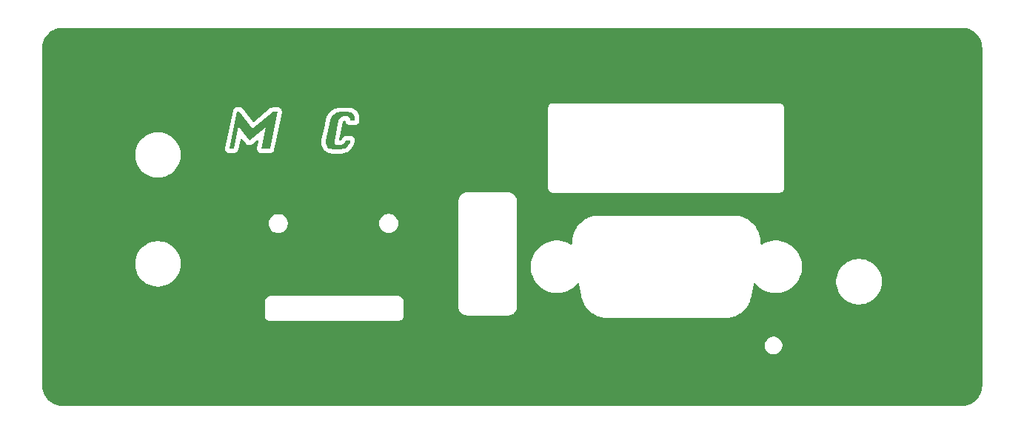
<source format=gbr>
%TF.GenerationSoftware,KiCad,Pcbnew,9.0.0*%
%TF.CreationDate,2025-03-14T14:53:35-04:00*%
%TF.ProjectId,MiniCamel_FrontPlate,4d696e69-4361-46d6-956c-5f46726f6e74,rev?*%
%TF.SameCoordinates,Original*%
%TF.FileFunction,Copper,L1,Top*%
%TF.FilePolarity,Positive*%
%FSLAX46Y46*%
G04 Gerber Fmt 4.6, Leading zero omitted, Abs format (unit mm)*
G04 Created by KiCad (PCBNEW 9.0.0) date 2025-03-14 14:53:35*
%MOMM*%
%LPD*%
G01*
G04 APERTURE LIST*
%TA.AperFunction,NonConductor*%
%ADD10C,0.000000*%
%TD*%
%TA.AperFunction,ComponentPad*%
%ADD11C,4.064000*%
%TD*%
G04 APERTURE END LIST*
D10*
%TA.AperFunction,NonConductor*%
G36*
X102189098Y-80290559D02*
G01*
X104535784Y-78313169D01*
X105042832Y-78313169D01*
X104159650Y-82564949D01*
X103180724Y-82564949D01*
X103702427Y-80054132D01*
X101803195Y-81655388D01*
X100575142Y-80045339D01*
X100051485Y-82564949D01*
X99530759Y-82564949D01*
X100413941Y-78313169D01*
X100662092Y-78313169D01*
X102189098Y-80290559D01*
G37*
%TD.AperFunction*%
%TA.AperFunction,NonConductor*%
G36*
X113303886Y-78368801D02*
G01*
X113517369Y-78432304D01*
X113679714Y-78544655D01*
X113790921Y-78705856D01*
X113850990Y-78915905D01*
X113862225Y-79119115D01*
X113840731Y-79353588D01*
X113320983Y-79353588D01*
X113320311Y-79134746D01*
X113246141Y-78949122D01*
X113070448Y-78857775D01*
X113005421Y-78853378D01*
X112547221Y-78853378D01*
X112355258Y-78897892D01*
X112214074Y-78994062D01*
X112086579Y-79147691D01*
X112016726Y-79329163D01*
X111528240Y-81676826D01*
X111534575Y-81875884D01*
X111587835Y-81977733D01*
X111748020Y-82089732D01*
X111858456Y-82104739D01*
X112316656Y-82104739D01*
X112512183Y-82065172D01*
X112672316Y-81946470D01*
X112784942Y-81774523D01*
X112851059Y-81604530D01*
X113373739Y-81604530D01*
X113295963Y-81839003D01*
X113199411Y-82042213D01*
X113084082Y-82214160D01*
X112913518Y-82385130D01*
X112713616Y-82507251D01*
X112484375Y-82580524D01*
X112279860Y-82603972D01*
X112225798Y-82604949D01*
X111310375Y-82604949D01*
X111104081Y-82582383D01*
X110906588Y-82504378D01*
X110742487Y-82370655D01*
X110699768Y-82319673D01*
X110600000Y-82150000D01*
X110545160Y-81941173D01*
X110546216Y-81734955D01*
X110562015Y-81637747D01*
X111046593Y-79306693D01*
X111111362Y-79098132D01*
X111215544Y-78905490D01*
X111341238Y-78747617D01*
X111455944Y-78637468D01*
X111624716Y-78513087D01*
X111801792Y-78424244D01*
X112010929Y-78366773D01*
X112180857Y-78353169D01*
X113096279Y-78353169D01*
X113303886Y-78368801D01*
G37*
%TD.AperFunction*%
D11*
%TO.P,REF\u002A\u002A,1*%
%TO.N,GND*%
X81310000Y-71791723D03*
%TO.P,REF\u002A\u002A,2*%
X182460000Y-71791723D03*
%TO.P,REF\u002A\u002A,3*%
X81310000Y-109010000D03*
%TO.P,REF\u002A\u002A,4*%
X182460000Y-109010000D03*
%TD*%
%TA.AperFunction,Conductor*%
%TO.N,GND*%
G36*
X183304558Y-68710725D02*
G01*
X183571615Y-68726882D01*
X183586480Y-68728687D01*
X183845951Y-68776238D01*
X183860484Y-68779821D01*
X184112328Y-68858300D01*
X184126327Y-68863610D01*
X184366871Y-68971872D01*
X184380128Y-68978829D01*
X184605882Y-69115303D01*
X184618193Y-69123801D01*
X184733486Y-69214127D01*
X184825851Y-69286490D01*
X184837059Y-69296420D01*
X185023579Y-69482940D01*
X185033509Y-69494148D01*
X185196194Y-69701800D01*
X185204700Y-69714123D01*
X185341169Y-69939870D01*
X185348127Y-69953128D01*
X185456389Y-70193672D01*
X185461699Y-70207673D01*
X185540177Y-70459512D01*
X185543761Y-70474051D01*
X185591312Y-70733520D01*
X185593117Y-70748384D01*
X185609274Y-71015441D01*
X185609500Y-71022929D01*
X185609500Y-109697070D01*
X185609274Y-109704558D01*
X185593117Y-109971615D01*
X185591312Y-109986479D01*
X185543761Y-110245948D01*
X185540177Y-110260487D01*
X185461699Y-110512326D01*
X185456389Y-110526327D01*
X185348127Y-110766871D01*
X185341169Y-110780129D01*
X185204700Y-111005876D01*
X185196194Y-111018199D01*
X185033509Y-111225851D01*
X185023579Y-111237059D01*
X184837059Y-111423579D01*
X184825851Y-111433509D01*
X184618199Y-111596194D01*
X184605876Y-111604700D01*
X184380129Y-111741169D01*
X184366871Y-111748127D01*
X184126327Y-111856389D01*
X184112326Y-111861699D01*
X183860487Y-111940177D01*
X183845948Y-111943761D01*
X183586479Y-111991312D01*
X183571615Y-111993117D01*
X183304559Y-112009274D01*
X183297071Y-112009500D01*
X80440655Y-112009500D01*
X80433168Y-112009274D01*
X80163971Y-111992990D01*
X80149107Y-111991185D01*
X79887532Y-111943251D01*
X79872993Y-111939667D01*
X79619116Y-111860556D01*
X79605115Y-111855247D01*
X79362608Y-111746104D01*
X79349349Y-111739145D01*
X79121773Y-111601570D01*
X79109450Y-111593064D01*
X78900113Y-111429059D01*
X78888905Y-111419129D01*
X78700870Y-111231094D01*
X78690940Y-111219886D01*
X78679627Y-111205446D01*
X78526931Y-111010543D01*
X78518433Y-110998232D01*
X78380851Y-110770644D01*
X78373899Y-110757398D01*
X78264750Y-110514880D01*
X78259443Y-110500883D01*
X78180329Y-110246995D01*
X78176750Y-110232477D01*
X78128813Y-109970888D01*
X78127009Y-109956028D01*
X78110726Y-109686832D01*
X78110500Y-109679345D01*
X78110500Y-105178543D01*
X160739499Y-105178543D01*
X160777947Y-105371829D01*
X160777950Y-105371839D01*
X160853364Y-105553907D01*
X160853371Y-105553920D01*
X160962860Y-105717781D01*
X160962863Y-105717785D01*
X161102214Y-105857136D01*
X161102218Y-105857139D01*
X161266079Y-105966628D01*
X161266092Y-105966635D01*
X161448160Y-106042049D01*
X161448165Y-106042051D01*
X161448169Y-106042051D01*
X161448170Y-106042052D01*
X161641456Y-106080500D01*
X161641459Y-106080500D01*
X161838543Y-106080500D01*
X161968582Y-106054632D01*
X162031835Y-106042051D01*
X162213914Y-105966632D01*
X162377782Y-105857139D01*
X162517139Y-105717782D01*
X162626632Y-105553914D01*
X162702051Y-105371835D01*
X162740500Y-105178541D01*
X162740500Y-104981459D01*
X162740500Y-104981456D01*
X162702052Y-104788170D01*
X162702051Y-104788169D01*
X162702051Y-104788165D01*
X162702049Y-104788160D01*
X162626635Y-104606092D01*
X162626628Y-104606079D01*
X162517139Y-104442218D01*
X162517136Y-104442214D01*
X162377785Y-104302863D01*
X162377781Y-104302860D01*
X162213920Y-104193371D01*
X162213907Y-104193364D01*
X162031839Y-104117950D01*
X162031829Y-104117947D01*
X161838543Y-104079500D01*
X161838541Y-104079500D01*
X161641459Y-104079500D01*
X161641457Y-104079500D01*
X161448170Y-104117947D01*
X161448160Y-104117950D01*
X161266092Y-104193364D01*
X161266079Y-104193371D01*
X161102218Y-104302860D01*
X161102214Y-104302863D01*
X160962863Y-104442214D01*
X160962860Y-104442218D01*
X160853371Y-104606079D01*
X160853364Y-104606092D01*
X160777950Y-104788160D01*
X160777947Y-104788170D01*
X160739500Y-104981456D01*
X160739500Y-104981459D01*
X160739500Y-105178541D01*
X160739500Y-105178543D01*
X160739499Y-105178543D01*
X78110500Y-105178543D01*
X78110500Y-100057107D01*
X103589500Y-100057107D01*
X103589500Y-101808891D01*
X103623608Y-101936187D01*
X103656554Y-101993250D01*
X103689500Y-102050314D01*
X103782686Y-102143500D01*
X103881521Y-102200563D01*
X103896628Y-102209285D01*
X103896814Y-102209392D01*
X104024108Y-102243500D01*
X118854256Y-102243500D01*
X118854394Y-102243537D01*
X118919407Y-102243500D01*
X118985892Y-102243500D01*
X118985892Y-102243499D01*
X118986177Y-102243462D01*
X118986178Y-102243462D01*
X119048926Y-102226609D01*
X119113186Y-102209392D01*
X119113311Y-102209319D01*
X119113440Y-102209285D01*
X119113445Y-102209282D01*
X119113452Y-102209281D01*
X119150948Y-102187603D01*
X119169698Y-102176764D01*
X119169699Y-102176766D01*
X119169748Y-102176734D01*
X119227314Y-102143500D01*
X119227417Y-102143396D01*
X119227543Y-102143324D01*
X119273673Y-102097140D01*
X119320500Y-102050314D01*
X119320503Y-102050309D01*
X119320671Y-102050088D01*
X119320675Y-102050085D01*
X119353035Y-101993962D01*
X119353071Y-101993900D01*
X119379744Y-101947700D01*
X119386392Y-101936186D01*
X119386430Y-101936043D01*
X119386502Y-101935919D01*
X119403481Y-101872406D01*
X119420500Y-101808892D01*
X119420500Y-101808883D01*
X119420535Y-101808613D01*
X119420538Y-101808606D01*
X119420500Y-101742120D01*
X119420500Y-101677108D01*
X119420462Y-101676969D01*
X119419581Y-100133884D01*
X119419586Y-100058062D01*
X119389982Y-99909192D01*
X119331901Y-99768958D01*
X119247576Y-99642752D01*
X119140248Y-99535424D01*
X119014042Y-99451099D01*
X119014038Y-99451097D01*
X119014036Y-99451096D01*
X119014037Y-99451096D01*
X118873811Y-99393019D01*
X118873809Y-99393018D01*
X118873808Y-99393018D01*
X118724938Y-99363414D01*
X118650895Y-99363417D01*
X118650882Y-99363417D01*
X104433524Y-99362504D01*
X104433524Y-99362503D01*
X104425902Y-99362502D01*
X104425892Y-99362500D01*
X104360000Y-99362500D01*
X104356368Y-99362500D01*
X104356366Y-99362500D01*
X104356355Y-99362499D01*
X104286094Y-99362495D01*
X104286018Y-99362500D01*
X104284109Y-99362500D01*
X104135260Y-99392108D01*
X104135252Y-99392110D01*
X103995032Y-99450190D01*
X103868834Y-99534513D01*
X103761513Y-99641834D01*
X103677190Y-99768032D01*
X103619110Y-99908252D01*
X103619108Y-99908260D01*
X103589500Y-100057107D01*
X78110500Y-100057107D01*
X78110500Y-95593952D01*
X88749500Y-95593952D01*
X88749500Y-95886047D01*
X88782199Y-96176271D01*
X88782201Y-96176283D01*
X88782202Y-96176286D01*
X88793251Y-96224694D01*
X88847196Y-96461044D01*
X88847197Y-96461046D01*
X88943665Y-96736738D01*
X89070393Y-96999890D01*
X89070395Y-96999893D01*
X89225792Y-97247206D01*
X89407902Y-97475565D01*
X89614435Y-97682098D01*
X89842794Y-97864208D01*
X90090107Y-98019605D01*
X90353263Y-98146335D01*
X90628955Y-98242803D01*
X90913714Y-98307798D01*
X90913723Y-98307799D01*
X90913728Y-98307800D01*
X91107210Y-98329599D01*
X91203953Y-98340499D01*
X91203956Y-98340500D01*
X91203959Y-98340500D01*
X91496044Y-98340500D01*
X91496045Y-98340499D01*
X91677482Y-98320057D01*
X91786271Y-98307800D01*
X91786274Y-98307799D01*
X91786286Y-98307798D01*
X92071045Y-98242803D01*
X92346737Y-98146335D01*
X92609893Y-98019605D01*
X92857206Y-97864208D01*
X93085565Y-97682098D01*
X93292098Y-97475565D01*
X93474208Y-97247206D01*
X93629605Y-96999893D01*
X93756335Y-96736737D01*
X93852803Y-96461045D01*
X93917798Y-96176286D01*
X93950500Y-95886041D01*
X93950500Y-95593959D01*
X93939599Y-95497210D01*
X93917800Y-95303728D01*
X93917799Y-95303723D01*
X93917798Y-95303714D01*
X93852803Y-95018955D01*
X93756335Y-94743263D01*
X93629605Y-94480107D01*
X93474208Y-94232794D01*
X93292098Y-94004435D01*
X93085565Y-93797902D01*
X92857206Y-93615792D01*
X92658430Y-93490893D01*
X92609890Y-93460393D01*
X92346738Y-93333665D01*
X92071046Y-93237197D01*
X92071044Y-93237196D01*
X91851280Y-93187036D01*
X91786286Y-93172202D01*
X91786283Y-93172201D01*
X91786271Y-93172199D01*
X91496047Y-93139500D01*
X91496041Y-93139500D01*
X91203959Y-93139500D01*
X91203952Y-93139500D01*
X90913728Y-93172199D01*
X90913714Y-93172202D01*
X90628955Y-93237196D01*
X90628953Y-93237197D01*
X90353261Y-93333665D01*
X90090109Y-93460393D01*
X89842795Y-93615791D01*
X89614435Y-93797901D01*
X89407901Y-94004435D01*
X89225791Y-94232795D01*
X89070393Y-94480109D01*
X88943665Y-94743261D01*
X88847197Y-95018953D01*
X88847196Y-95018955D01*
X88782202Y-95303714D01*
X88782199Y-95303728D01*
X88749500Y-95593952D01*
X78110500Y-95593952D01*
X78110500Y-91048689D01*
X104003391Y-91048689D01*
X104003391Y-91221310D01*
X104028809Y-91381790D01*
X104030393Y-91391790D01*
X104080484Y-91545954D01*
X104083734Y-91555954D01*
X104162095Y-91709746D01*
X104162096Y-91709748D01*
X104263549Y-91849389D01*
X104385610Y-91971450D01*
X104479419Y-92039605D01*
X104525252Y-92072904D01*
X104679048Y-92151267D01*
X104843210Y-92204607D01*
X104907141Y-92214732D01*
X105013690Y-92231609D01*
X105013695Y-92231609D01*
X105186310Y-92231609D01*
X105281018Y-92216607D01*
X105356790Y-92204607D01*
X105520952Y-92151267D01*
X105674748Y-92072904D01*
X105814393Y-91971447D01*
X105936447Y-91849393D01*
X106037904Y-91709748D01*
X106116267Y-91555952D01*
X106169607Y-91391790D01*
X106181607Y-91316018D01*
X106196609Y-91221310D01*
X106196609Y-91048688D01*
X106196608Y-91048687D01*
X106195024Y-91038689D01*
X116643391Y-91038689D01*
X116643391Y-91211310D01*
X116670392Y-91381786D01*
X116670393Y-91381790D01*
X116715408Y-91520332D01*
X116723734Y-91545954D01*
X116802095Y-91699746D01*
X116802096Y-91699748D01*
X116903549Y-91839389D01*
X117025610Y-91961450D01*
X117095989Y-92012582D01*
X117165252Y-92062904D01*
X117319048Y-92141267D01*
X117483210Y-92194607D01*
X117546348Y-92204607D01*
X117653690Y-92221609D01*
X117653695Y-92221609D01*
X117826310Y-92221609D01*
X117921018Y-92206607D01*
X117996790Y-92194607D01*
X118160952Y-92141267D01*
X118314748Y-92062904D01*
X118454393Y-91961447D01*
X118576447Y-91839393D01*
X118677904Y-91699748D01*
X118756267Y-91545952D01*
X118809607Y-91381790D01*
X118821607Y-91306018D01*
X118836609Y-91211310D01*
X118836609Y-91038689D01*
X118811191Y-90878213D01*
X118809607Y-90868210D01*
X118756267Y-90704048D01*
X118677904Y-90550252D01*
X118614947Y-90463598D01*
X118576450Y-90410610D01*
X118454389Y-90288549D01*
X118314748Y-90187096D01*
X118314746Y-90187095D01*
X118160954Y-90108734D01*
X118160953Y-90108733D01*
X118160952Y-90108733D01*
X117996790Y-90055393D01*
X117996788Y-90055392D01*
X117996786Y-90055392D01*
X117826310Y-90028391D01*
X117826305Y-90028391D01*
X117653695Y-90028391D01*
X117653690Y-90028391D01*
X117483213Y-90055392D01*
X117319045Y-90108734D01*
X117165253Y-90187095D01*
X117165251Y-90187096D01*
X117025610Y-90288549D01*
X116903549Y-90410610D01*
X116802096Y-90550251D01*
X116802095Y-90550253D01*
X116723734Y-90704045D01*
X116670392Y-90868213D01*
X116643391Y-91038689D01*
X106195024Y-91038689D01*
X106169607Y-90878213D01*
X106169607Y-90878210D01*
X106116267Y-90714048D01*
X106037904Y-90560252D01*
X106012539Y-90525340D01*
X105936450Y-90420610D01*
X105814389Y-90298549D01*
X105674748Y-90197096D01*
X105674746Y-90197095D01*
X105520954Y-90118734D01*
X105520953Y-90118733D01*
X105520952Y-90118733D01*
X105356790Y-90065393D01*
X105356788Y-90065392D01*
X105356786Y-90065392D01*
X105186310Y-90038391D01*
X105186305Y-90038391D01*
X105013695Y-90038391D01*
X105013690Y-90038391D01*
X104843213Y-90065392D01*
X104679045Y-90118734D01*
X104525253Y-90197095D01*
X104525251Y-90197096D01*
X104385610Y-90298549D01*
X104263549Y-90420610D01*
X104162096Y-90560251D01*
X104162095Y-90560253D01*
X104083734Y-90714045D01*
X104030392Y-90878213D01*
X104003391Y-91048689D01*
X78110500Y-91048689D01*
X78110500Y-88609484D01*
X125695483Y-88609484D01*
X125695483Y-100590516D01*
X125695705Y-100605498D01*
X125697882Y-100678801D01*
X125714882Y-100794622D01*
X125714882Y-100794626D01*
X125714884Y-100794632D01*
X125752830Y-100936253D01*
X125752831Y-100936254D01*
X125752834Y-100936264D01*
X125798608Y-101046770D01*
X125803332Y-101058175D01*
X125876642Y-101185151D01*
X125876645Y-101185155D01*
X125876649Y-101185161D01*
X125956975Y-101289842D01*
X125956983Y-101289851D01*
X126060641Y-101393509D01*
X126060649Y-101393516D01*
X126060650Y-101393517D01*
X126076239Y-101405479D01*
X126165330Y-101473842D01*
X126165333Y-101473844D01*
X126165341Y-101473850D01*
X126292317Y-101547160D01*
X126414237Y-101597661D01*
X126555860Y-101635608D01*
X126671686Y-101652609D01*
X126720558Y-101654060D01*
X126744993Y-101654786D01*
X126759976Y-101655009D01*
X126760000Y-101655009D01*
X131360024Y-101655009D01*
X131375006Y-101654786D01*
X131448296Y-101652610D01*
X131448302Y-101652609D01*
X131448314Y-101652609D01*
X131496965Y-101645467D01*
X131564133Y-101635609D01*
X131564137Y-101635607D01*
X131564143Y-101635607D01*
X131705766Y-101597659D01*
X131827680Y-101547161D01*
X131954656Y-101473852D01*
X132059352Y-101393516D01*
X132163027Y-101289840D01*
X132243357Y-101185151D01*
X132316667Y-101058176D01*
X132367169Y-100936254D01*
X132405116Y-100794630D01*
X132422117Y-100678805D01*
X132424294Y-100605496D01*
X132424517Y-100590515D01*
X132424517Y-95910731D01*
X133983740Y-95910731D01*
X133983740Y-96247748D01*
X134021471Y-96582620D01*
X134021473Y-96582636D01*
X134096463Y-96911190D01*
X134096467Y-96911202D01*
X134207768Y-97229280D01*
X134207777Y-97229302D01*
X134353989Y-97532915D01*
X134430389Y-97654505D01*
X134533292Y-97818273D01*
X134743413Y-98081757D01*
X134981713Y-98320057D01*
X135245197Y-98530178D01*
X135530549Y-98709477D01*
X135530554Y-98709480D01*
X135834167Y-98855692D01*
X135834176Y-98855695D01*
X135834183Y-98855699D01*
X135834189Y-98855701D01*
X136152267Y-98967002D01*
X136152279Y-98967006D01*
X136480837Y-99041997D01*
X136815722Y-99079729D01*
X136815723Y-99079730D01*
X136815726Y-99079730D01*
X137152737Y-99079730D01*
X137152737Y-99079729D01*
X137487623Y-99041997D01*
X137816181Y-98967006D01*
X138134277Y-98855699D01*
X138210916Y-98818792D01*
X138437905Y-98709480D01*
X138437905Y-98709479D01*
X138437911Y-98709477D01*
X138723263Y-98530178D01*
X138986747Y-98320057D01*
X139225047Y-98081757D01*
X139261580Y-98035946D01*
X139305904Y-97980366D01*
X139363092Y-97940225D01*
X139432903Y-97937375D01*
X139493174Y-97972720D01*
X139524767Y-98035039D01*
X139524932Y-98035946D01*
X139772604Y-99427243D01*
X139772640Y-99427437D01*
X139772967Y-99429273D01*
X139791060Y-99548198D01*
X139807339Y-99619770D01*
X139807519Y-99620155D01*
X139807550Y-99620352D01*
X139810269Y-99629323D01*
X139810270Y-99629325D01*
X139895112Y-99909192D01*
X139929980Y-100024212D01*
X139929983Y-100024219D01*
X139964612Y-100106802D01*
X139966810Y-100112424D01*
X139968716Y-100117673D01*
X140100635Y-100364403D01*
X140201898Y-100553796D01*
X140203159Y-100556130D01*
X140204014Y-100557711D01*
X140204016Y-100557715D01*
X140228380Y-100590261D01*
X140235188Y-100600352D01*
X140257918Y-100637897D01*
X140257920Y-100637899D01*
X140571609Y-101020169D01*
X140618089Y-101069627D01*
X140620009Y-101070959D01*
X140640835Y-101089159D01*
X140643243Y-101091792D01*
X140643248Y-101091797D01*
X141025513Y-101405482D01*
X141025522Y-101405488D01*
X141087343Y-101448915D01*
X141093259Y-101452174D01*
X141093105Y-101452453D01*
X141105631Y-101459529D01*
X141105867Y-101459156D01*
X141109605Y-101461512D01*
X141109610Y-101461515D01*
X141109612Y-101461516D01*
X141545732Y-101694686D01*
X141627694Y-101728213D01*
X141633201Y-101730625D01*
X141639143Y-101733403D01*
X142112343Y-101876913D01*
X142116634Y-101878194D01*
X142139726Y-101881514D01*
X142157483Y-101884067D01*
X142169382Y-101886375D01*
X142211733Y-101896766D01*
X142703733Y-101945026D01*
X142747175Y-101947151D01*
X142750386Y-101947458D01*
X142750391Y-101947388D01*
X142754794Y-101947698D01*
X142754808Y-101947700D01*
X156110857Y-101935589D01*
X156119851Y-101935909D01*
X156130420Y-101936669D01*
X156133048Y-101937571D01*
X156159132Y-101938737D01*
X156160797Y-101938857D01*
X156161621Y-101939164D01*
X156175867Y-101940877D01*
X156200600Y-101945752D01*
X156230156Y-101943053D01*
X156246957Y-101942664D01*
X156276785Y-101943999D01*
X156756845Y-101896749D01*
X156781136Y-101893373D01*
X156796854Y-101891190D01*
X156796855Y-101891189D01*
X156796859Y-101891189D01*
X156815995Y-101884828D01*
X156836365Y-101879925D01*
X156856077Y-101876913D01*
X157329277Y-101733403D01*
X157410421Y-101699368D01*
X157416006Y-101697184D01*
X157423049Y-101694627D01*
X157858909Y-101461457D01*
X157859815Y-101460971D01*
X157894221Y-101435563D01*
X157903648Y-101429248D01*
X157942907Y-101405482D01*
X158325177Y-101091792D01*
X158373274Y-101046770D01*
X158375289Y-101043888D01*
X158393226Y-101023446D01*
X158396812Y-101020167D01*
X158710502Y-100637897D01*
X158756908Y-100571013D01*
X158756910Y-100571006D01*
X158760200Y-100564912D01*
X158760481Y-100565063D01*
X158765049Y-100556130D01*
X158766520Y-100553796D01*
X158766526Y-100553788D01*
X158999696Y-100117668D01*
X159033118Y-100035960D01*
X159035534Y-100030445D01*
X159038424Y-100024265D01*
X159181934Y-99551055D01*
X159183214Y-99546766D01*
X159189118Y-99505696D01*
X159189827Y-99501327D01*
X159190504Y-99497575D01*
X159201790Y-99451515D01*
X159205256Y-99416059D01*
X159446519Y-98040144D01*
X159477487Y-97977513D01*
X159537400Y-97941566D01*
X159607236Y-97943716D01*
X159664824Y-97983282D01*
X159665603Y-97984249D01*
X159693798Y-98019605D01*
X159743363Y-98081757D01*
X159981663Y-98320057D01*
X160245147Y-98530178D01*
X160530499Y-98709477D01*
X160530504Y-98709480D01*
X160834117Y-98855692D01*
X160834126Y-98855695D01*
X160834133Y-98855699D01*
X160834139Y-98855701D01*
X161152217Y-98967002D01*
X161152229Y-98967006D01*
X161480787Y-99041997D01*
X161815672Y-99079729D01*
X161815673Y-99079730D01*
X161815676Y-99079730D01*
X162152687Y-99079730D01*
X162152687Y-99079729D01*
X162487573Y-99041997D01*
X162816131Y-98967006D01*
X163134227Y-98855699D01*
X163210866Y-98818792D01*
X163437855Y-98709480D01*
X163437855Y-98709479D01*
X163437861Y-98709477D01*
X163723213Y-98530178D01*
X163986697Y-98320057D01*
X164224997Y-98081757D01*
X164435118Y-97818273D01*
X164550935Y-97633952D01*
X168919500Y-97633952D01*
X168919500Y-97926047D01*
X168952199Y-98216271D01*
X168952201Y-98216283D01*
X168952202Y-98216286D01*
X168967036Y-98281280D01*
X169017196Y-98501044D01*
X169017197Y-98501046D01*
X169113665Y-98776738D01*
X169240393Y-99039890D01*
X169240395Y-99039893D01*
X169395792Y-99287206D01*
X169479450Y-99392110D01*
X169566547Y-99501327D01*
X169577902Y-99515565D01*
X169784435Y-99722098D01*
X170012794Y-99904208D01*
X170260107Y-100059605D01*
X170523263Y-100186335D01*
X170798955Y-100282803D01*
X171083714Y-100347798D01*
X171083723Y-100347799D01*
X171083728Y-100347800D01*
X171277210Y-100369599D01*
X171373953Y-100380499D01*
X171373956Y-100380500D01*
X171373959Y-100380500D01*
X171666044Y-100380500D01*
X171666045Y-100380499D01*
X171816791Y-100363515D01*
X171956271Y-100347800D01*
X171956274Y-100347799D01*
X171956286Y-100347798D01*
X172241045Y-100282803D01*
X172516737Y-100186335D01*
X172779893Y-100059605D01*
X173027206Y-99904208D01*
X173255565Y-99722098D01*
X173462098Y-99515565D01*
X173644208Y-99287206D01*
X173799605Y-99039893D01*
X173926335Y-98776737D01*
X174022803Y-98501045D01*
X174087798Y-98216286D01*
X174095680Y-98146335D01*
X174109958Y-98019605D01*
X174120500Y-97926041D01*
X174120500Y-97633959D01*
X174087798Y-97343714D01*
X174022803Y-97058955D01*
X173926335Y-96783263D01*
X173799605Y-96520107D01*
X173644208Y-96272794D01*
X173462098Y-96044435D01*
X173255565Y-95837902D01*
X173027206Y-95655792D01*
X172779893Y-95500395D01*
X172779890Y-95500393D01*
X172516738Y-95373665D01*
X172241046Y-95277197D01*
X172241044Y-95277196D01*
X172021280Y-95227036D01*
X171956286Y-95212202D01*
X171956283Y-95212201D01*
X171956271Y-95212199D01*
X171666047Y-95179500D01*
X171666041Y-95179500D01*
X171373959Y-95179500D01*
X171373952Y-95179500D01*
X171083728Y-95212199D01*
X171083714Y-95212202D01*
X170798955Y-95277196D01*
X170798953Y-95277197D01*
X170523261Y-95373665D01*
X170260109Y-95500393D01*
X170012795Y-95655791D01*
X169784435Y-95837901D01*
X169577901Y-96044435D01*
X169395791Y-96272795D01*
X169240393Y-96520109D01*
X169113665Y-96783261D01*
X169017197Y-97058953D01*
X169017196Y-97058955D01*
X168952202Y-97343714D01*
X168952199Y-97343728D01*
X168919500Y-97633952D01*
X164550935Y-97633952D01*
X164614417Y-97532921D01*
X164760639Y-97229287D01*
X164871946Y-96911191D01*
X164946937Y-96582633D01*
X164984670Y-96247744D01*
X164984670Y-95910736D01*
X164946937Y-95575847D01*
X164871946Y-95247289D01*
X164859668Y-95212202D01*
X164760641Y-94929199D01*
X164760632Y-94929177D01*
X164614420Y-94625564D01*
X164457735Y-94376202D01*
X164435118Y-94340207D01*
X164224997Y-94076723D01*
X163986697Y-93838423D01*
X163723213Y-93628302D01*
X163554320Y-93522179D01*
X163437855Y-93448999D01*
X163134242Y-93302787D01*
X163134220Y-93302778D01*
X162816142Y-93191477D01*
X162816130Y-93191473D01*
X162487576Y-93116483D01*
X162487560Y-93116481D01*
X162152688Y-93078750D01*
X162152684Y-93078750D01*
X161815676Y-93078750D01*
X161815671Y-93078750D01*
X161480799Y-93116481D01*
X161480783Y-93116483D01*
X161152229Y-93191473D01*
X161152217Y-93191477D01*
X160834139Y-93302778D01*
X160834117Y-93302787D01*
X160530504Y-93448999D01*
X160430263Y-93511985D01*
X160419227Y-93515103D01*
X160410202Y-93522179D01*
X160386213Y-93524432D01*
X160363026Y-93530985D01*
X160352054Y-93527641D01*
X160340639Y-93528714D01*
X160319240Y-93517641D01*
X160296191Y-93510617D01*
X160288770Y-93501874D01*
X160278585Y-93496604D01*
X160266568Y-93475718D01*
X160250977Y-93457349D01*
X160248564Y-93444424D01*
X160243742Y-93436042D01*
X160241824Y-93408316D01*
X160240441Y-93400902D01*
X160240590Y-93397856D01*
X160250265Y-93299844D01*
X160252382Y-93268390D01*
X160248692Y-93233971D01*
X160250270Y-93198549D01*
X160201750Y-92706549D01*
X160196200Y-92666633D01*
X160189896Y-92647666D01*
X160184992Y-92627303D01*
X160181901Y-92607093D01*
X160064931Y-92221609D01*
X160038391Y-92134142D01*
X160036624Y-92129682D01*
X160014134Y-92072903D01*
X160007696Y-92056649D01*
X160007196Y-92055639D01*
X160000090Y-92041286D01*
X160000090Y-92041285D01*
X159999266Y-92039622D01*
X159999265Y-92039619D01*
X159999258Y-92039605D01*
X159989331Y-92019553D01*
X159984742Y-92012582D01*
X159766517Y-91604415D01*
X159766187Y-91603805D01*
X159764407Y-91600510D01*
X159739953Y-91567844D01*
X159733143Y-91557749D01*
X159710493Y-91520334D01*
X159710491Y-91520332D01*
X159710489Y-91520330D01*
X159396802Y-91138063D01*
X159385732Y-91126237D01*
X159351786Y-91089972D01*
X159351784Y-91089970D01*
X159351780Y-91089966D01*
X159351773Y-91089961D01*
X159348790Y-91087874D01*
X159328401Y-91069993D01*
X159325016Y-91066295D01*
X158942757Y-90752873D01*
X158942745Y-90752865D01*
X158922391Y-90739669D01*
X158881961Y-90713457D01*
X158875994Y-90709335D01*
X158858916Y-90696777D01*
X158423056Y-90463597D01*
X158423049Y-90463594D01*
X158423047Y-90463593D01*
X158339025Y-90429209D01*
X158333504Y-90426792D01*
X158331532Y-90425870D01*
X158329275Y-90424816D01*
X158329272Y-90424815D01*
X158329270Y-90424814D01*
X158329271Y-90424814D01*
X157856064Y-90281305D01*
X157800949Y-90272182D01*
X157791594Y-90270260D01*
X157779509Y-90267289D01*
X157756938Y-90261739D01*
X157264975Y-90213222D01*
X157264930Y-90213219D01*
X157215333Y-90210780D01*
X157215330Y-90210780D01*
X157213929Y-90210780D01*
X155329804Y-90212235D01*
X141857579Y-90222642D01*
X141847801Y-90222263D01*
X141837615Y-90221465D01*
X141835116Y-90220610D01*
X141815782Y-90219755D01*
X141813672Y-90219590D01*
X141812599Y-90219181D01*
X141797865Y-90217321D01*
X141783358Y-90214274D01*
X141777712Y-90213088D01*
X141777709Y-90213087D01*
X141761848Y-90214221D01*
X141761119Y-90214274D01*
X141752277Y-90214590D01*
X141701679Y-90214590D01*
X141696203Y-90214469D01*
X141691385Y-90214256D01*
X141691372Y-90214256D01*
X141211315Y-90261755D01*
X141171567Y-90267289D01*
X141171553Y-90267292D01*
X141153865Y-90273170D01*
X141133506Y-90278072D01*
X141112341Y-90281307D01*
X140639145Y-90424816D01*
X140557969Y-90458861D01*
X140552360Y-90461054D01*
X140545368Y-90463594D01*
X140545359Y-90463598D01*
X140109455Y-90696803D01*
X140108610Y-90697255D01*
X140108602Y-90697261D01*
X140093151Y-90708670D01*
X140087160Y-90712827D01*
X140025673Y-90752866D01*
X139643412Y-91066288D01*
X139643404Y-91066295D01*
X139643402Y-91066297D01*
X139618212Y-91089961D01*
X139593779Y-91112913D01*
X139593776Y-91112916D01*
X139592461Y-91114813D01*
X139574277Y-91135621D01*
X139571609Y-91138061D01*
X139571607Y-91138063D01*
X139257919Y-91520330D01*
X139257918Y-91520331D01*
X139212095Y-91586214D01*
X139208810Y-91592278D01*
X139208572Y-91592149D01*
X139203922Y-91601213D01*
X139201898Y-91604424D01*
X138968724Y-92040552D01*
X138934531Y-92124137D01*
X138932103Y-92129682D01*
X138930021Y-92134136D01*
X138930018Y-92134143D01*
X138786482Y-92607179D01*
X138785206Y-92611451D01*
X138785203Y-92611464D01*
X138779247Y-92652886D01*
X138776924Y-92664839D01*
X138766669Y-92706550D01*
X138718150Y-93198538D01*
X138718150Y-93198556D01*
X138719230Y-93224359D01*
X138720337Y-93250774D01*
X138718158Y-93299882D01*
X138727826Y-93397759D01*
X138727977Y-93400736D01*
X138720504Y-93431939D01*
X138714535Y-93463463D01*
X138712420Y-93465694D01*
X138711705Y-93468684D01*
X138688550Y-93490893D01*
X138666484Y-93514187D01*
X138663499Y-93514921D01*
X138661281Y-93517049D01*
X138629793Y-93523214D01*
X138598638Y-93530880D01*
X138595557Y-93529918D01*
X138592713Y-93530475D01*
X138575641Y-93523699D01*
X138538164Y-93511996D01*
X138437911Y-93449003D01*
X138437912Y-93449003D01*
X138437905Y-93448999D01*
X138134292Y-93302787D01*
X138134270Y-93302778D01*
X137816192Y-93191477D01*
X137816180Y-93191473D01*
X137487626Y-93116483D01*
X137487610Y-93116481D01*
X137152738Y-93078750D01*
X137152734Y-93078750D01*
X136815726Y-93078750D01*
X136815721Y-93078750D01*
X136480849Y-93116481D01*
X136480833Y-93116483D01*
X136152279Y-93191473D01*
X136152267Y-93191477D01*
X135834189Y-93302778D01*
X135834167Y-93302787D01*
X135530554Y-93448999D01*
X135245198Y-93628301D01*
X134981713Y-93838422D01*
X134743412Y-94076723D01*
X134533291Y-94340208D01*
X134353989Y-94625564D01*
X134207777Y-94929177D01*
X134207768Y-94929199D01*
X134096467Y-95247277D01*
X134096463Y-95247289D01*
X134021473Y-95575843D01*
X134021471Y-95575859D01*
X133983740Y-95910731D01*
X132424517Y-95910731D01*
X132424517Y-88609504D01*
X132424487Y-88607521D01*
X132424291Y-88594401D01*
X132422099Y-88521092D01*
X132405104Y-88405381D01*
X132367161Y-88263759D01*
X132316663Y-88141837D01*
X132243357Y-88014861D01*
X132243354Y-88014858D01*
X132243353Y-88014855D01*
X132163028Y-87910169D01*
X132163018Y-87910158D01*
X132059354Y-87806492D01*
X132059345Y-87806484D01*
X131954661Y-87726156D01*
X131954655Y-87726152D01*
X131905396Y-87697711D01*
X131827685Y-87652844D01*
X131705765Y-87602342D01*
X131705763Y-87602341D01*
X131705762Y-87602341D01*
X131564134Y-87564391D01*
X131564135Y-87564391D01*
X131448325Y-87547393D01*
X131448296Y-87547390D01*
X131375006Y-87545214D01*
X131360024Y-87544992D01*
X131360000Y-87544992D01*
X126760000Y-87544992D01*
X126759976Y-87544992D01*
X126744993Y-87545214D01*
X126671690Y-87547391D01*
X126555869Y-87564391D01*
X126555865Y-87564391D01*
X126414237Y-87602340D01*
X126414227Y-87602343D01*
X126292320Y-87652839D01*
X126292316Y-87652841D01*
X126165341Y-87726151D01*
X126165330Y-87726158D01*
X126060649Y-87806484D01*
X125956975Y-87910158D01*
X125876649Y-88014839D01*
X125876642Y-88014850D01*
X125803332Y-88141825D01*
X125803330Y-88141829D01*
X125752834Y-88263736D01*
X125752831Y-88263746D01*
X125714882Y-88405374D01*
X125714882Y-88405378D01*
X125697882Y-88521199D01*
X125695705Y-88594502D01*
X125695483Y-88609484D01*
X78110500Y-88609484D01*
X78110500Y-83123952D01*
X88749500Y-83123952D01*
X88749500Y-83416047D01*
X88782199Y-83706271D01*
X88782202Y-83706285D01*
X88847196Y-83991044D01*
X88847197Y-83991046D01*
X88943665Y-84266738D01*
X89070393Y-84529890D01*
X89070395Y-84529893D01*
X89225792Y-84777206D01*
X89407902Y-85005565D01*
X89614435Y-85212098D01*
X89842794Y-85394208D01*
X90090107Y-85549605D01*
X90353263Y-85676335D01*
X90628955Y-85772803D01*
X90913714Y-85837798D01*
X90913723Y-85837799D01*
X90913728Y-85837800D01*
X91107210Y-85859599D01*
X91203953Y-85870499D01*
X91203956Y-85870500D01*
X91203959Y-85870500D01*
X91496044Y-85870500D01*
X91496045Y-85870499D01*
X91644371Y-85853787D01*
X91786271Y-85837800D01*
X91786274Y-85837799D01*
X91786286Y-85837798D01*
X92071045Y-85772803D01*
X92346737Y-85676335D01*
X92609893Y-85549605D01*
X92857206Y-85394208D01*
X93085565Y-85212098D01*
X93292098Y-85005565D01*
X93474208Y-84777206D01*
X93629605Y-84529893D01*
X93756335Y-84266737D01*
X93852803Y-83991045D01*
X93917798Y-83706286D01*
X93950500Y-83416041D01*
X93950500Y-83123959D01*
X93937246Y-83006321D01*
X93917800Y-82833728D01*
X93917799Y-82833723D01*
X93917798Y-82833714D01*
X93852803Y-82548955D01*
X93851233Y-82544469D01*
X93845676Y-82528585D01*
X93845671Y-82528572D01*
X93833225Y-82493003D01*
X99030404Y-82493003D01*
X99030404Y-82493009D01*
X99030404Y-82636889D01*
X99067293Y-82762522D01*
X99070941Y-82774943D01*
X99148726Y-82895979D01*
X99148730Y-82895983D01*
X99255793Y-82988754D01*
X99257465Y-82990203D01*
X99297933Y-83008684D01*
X99388339Y-83049972D01*
X99388342Y-83049972D01*
X99388343Y-83049973D01*
X99530759Y-83070449D01*
X99530762Y-83070449D01*
X100051482Y-83070449D01*
X100051485Y-83070449D01*
X100163518Y-83057878D01*
X100297854Y-83006347D01*
X100412231Y-82919058D01*
X100497382Y-82803080D01*
X100546409Y-82667810D01*
X100789477Y-81498265D01*
X100822391Y-81436636D01*
X100883401Y-81402583D01*
X100953136Y-81406920D01*
X101009456Y-81448270D01*
X101009477Y-81448297D01*
X101401266Y-81961955D01*
X101467027Y-82032909D01*
X101467029Y-82032910D01*
X101587004Y-82112325D01*
X101587011Y-82112328D01*
X101630209Y-82125648D01*
X101724497Y-82154724D01*
X101868364Y-82156670D01*
X101868364Y-82156669D01*
X101868365Y-82156670D01*
X102006952Y-82118004D01*
X102016057Y-82112325D01*
X102129032Y-82041860D01*
X102635580Y-81614784D01*
X102699521Y-81586623D01*
X102768538Y-81597500D01*
X102820719Y-81643965D01*
X102839496Y-81711264D01*
X102836914Y-81734814D01*
X102824979Y-81792255D01*
X102685795Y-82462112D01*
X102680369Y-82493009D01*
X102680369Y-82636889D01*
X102717258Y-82762522D01*
X102720906Y-82774943D01*
X102798691Y-82895979D01*
X102798695Y-82895983D01*
X102905758Y-82988754D01*
X102907430Y-82990203D01*
X102947898Y-83008684D01*
X103038304Y-83049972D01*
X103038307Y-83049972D01*
X103038308Y-83049973D01*
X103180724Y-83070449D01*
X103180727Y-83070449D01*
X104159647Y-83070449D01*
X104159650Y-83070449D01*
X104271736Y-83057866D01*
X104292309Y-83049972D01*
X104406063Y-83006322D01*
X104406062Y-83006322D01*
X104406066Y-83006321D01*
X104520434Y-82919019D01*
X104605572Y-82803032D01*
X104654585Y-82667757D01*
X104654585Y-82667753D01*
X104654587Y-82667750D01*
X104806052Y-81938577D01*
X110039666Y-81938577D01*
X110056238Y-82069571D01*
X110111077Y-82278394D01*
X110111081Y-82278405D01*
X110164245Y-82406217D01*
X110164250Y-82406227D01*
X110197111Y-82462112D01*
X110261241Y-82571177D01*
X110264020Y-82575902D01*
X110264021Y-82575904D01*
X110312300Y-82644324D01*
X110312303Y-82644329D01*
X110312307Y-82644334D01*
X110312308Y-82644335D01*
X110355027Y-82695317D01*
X110423160Y-82762523D01*
X110587261Y-82896246D01*
X110595952Y-82903171D01*
X110658023Y-82938625D01*
X110720882Y-82974530D01*
X110720883Y-82974530D01*
X110720888Y-82974533D01*
X110918381Y-83052538D01*
X111049113Y-83084886D01*
X111255407Y-83107452D01*
X111310375Y-83110449D01*
X111310376Y-83110449D01*
X112225788Y-83110449D01*
X112225798Y-83110449D01*
X112234932Y-83110366D01*
X112288994Y-83109389D01*
X112289009Y-83109388D01*
X112289017Y-83109388D01*
X112321151Y-83107260D01*
X112337439Y-83106182D01*
X112541954Y-83082734D01*
X112638279Y-83062026D01*
X112848052Y-82994975D01*
X112867517Y-82988754D01*
X112867517Y-82988753D01*
X112867520Y-82988753D01*
X112977144Y-82938625D01*
X113177046Y-82816504D01*
X113271385Y-82742147D01*
X113441949Y-82571177D01*
X113503896Y-82495739D01*
X113619225Y-82323792D01*
X113645047Y-82278396D01*
X113655986Y-82259166D01*
X113655989Y-82259160D01*
X113655989Y-82259158D01*
X113655994Y-82259151D01*
X113752546Y-82055941D01*
X113775756Y-81998153D01*
X113853532Y-81763680D01*
X113874094Y-81676470D01*
X113874094Y-81532590D01*
X113870452Y-81520188D01*
X113849335Y-81448270D01*
X113833558Y-81394538D01*
X113820510Y-81374235D01*
X113755771Y-81273499D01*
X113755767Y-81273495D01*
X113647038Y-81179280D01*
X113647036Y-81179278D01*
X113647033Y-81179276D01*
X113647029Y-81179274D01*
X113516158Y-81119506D01*
X113516153Y-81119505D01*
X113373739Y-81099030D01*
X112851059Y-81099030D01*
X112822027Y-81099864D01*
X112681022Y-81128486D01*
X112681021Y-81128486D01*
X112553791Y-81195675D01*
X112450647Y-81295983D01*
X112379937Y-81421296D01*
X112341474Y-81520188D01*
X112328471Y-81537061D01*
X112319621Y-81556442D01*
X112307569Y-81564187D01*
X112298827Y-81575532D01*
X112278766Y-81582697D01*
X112260843Y-81594216D01*
X112236866Y-81597663D01*
X112233029Y-81599034D01*
X112225908Y-81599239D01*
X112213167Y-81599239D01*
X112146128Y-81579554D01*
X112100373Y-81526750D01*
X112090429Y-81457592D01*
X112091767Y-81449979D01*
X112158661Y-81128486D01*
X112501197Y-79482254D01*
X112506874Y-79462973D01*
X112516360Y-79438331D01*
X112558815Y-79382838D01*
X112624531Y-79359108D01*
X112632082Y-79358878D01*
X112708233Y-79358878D01*
X112775272Y-79378563D01*
X112821027Y-79431367D01*
X112827210Y-79447943D01*
X112861164Y-79563580D01*
X112861165Y-79563582D01*
X112938950Y-79684618D01*
X112938954Y-79684622D01*
X113030841Y-79764243D01*
X113047689Y-79778842D01*
X113088157Y-79797323D01*
X113178563Y-79838611D01*
X113178566Y-79838611D01*
X113178567Y-79838612D01*
X113320983Y-79859088D01*
X113320986Y-79859088D01*
X113840735Y-79859088D01*
X113866695Y-79858421D01*
X114007871Y-79830657D01*
X114135507Y-79764243D01*
X114239261Y-79664561D01*
X114310729Y-79539685D01*
X114344120Y-79399733D01*
X114365614Y-79165260D01*
X114366954Y-79091210D01*
X114355719Y-78888000D01*
X114337007Y-78776916D01*
X114276938Y-78566867D01*
X114271030Y-78547662D01*
X114213938Y-78432744D01*
X114207019Y-78418817D01*
X114207007Y-78418797D01*
X114095814Y-78257616D01*
X114072833Y-78226870D01*
X113967375Y-78128985D01*
X113805070Y-78016662D01*
X113805056Y-78016653D01*
X113805032Y-78016636D01*
X113792161Y-78008017D01*
X113661495Y-77947786D01*
X113538404Y-77911171D01*
X113448013Y-77884283D01*
X113448014Y-77884283D01*
X113424755Y-77879999D01*
X135969499Y-77879999D01*
X135969499Y-87080002D01*
X135974643Y-87151940D01*
X136015181Y-87289994D01*
X136092966Y-87411030D01*
X136092970Y-87411034D01*
X136201699Y-87505249D01*
X136201705Y-87505254D01*
X136242173Y-87523735D01*
X136332579Y-87565023D01*
X136332582Y-87565023D01*
X136332583Y-87565024D01*
X136474999Y-87585500D01*
X136475002Y-87585500D01*
X162445001Y-87585500D01*
X162516941Y-87580355D01*
X162654993Y-87539819D01*
X162776033Y-87462031D01*
X162870255Y-87353294D01*
X162930025Y-87222416D01*
X162950501Y-87080000D01*
X162950501Y-77880000D01*
X162949914Y-77871798D01*
X162945356Y-77808059D01*
X162936930Y-77779365D01*
X162904820Y-77670008D01*
X162827032Y-77548968D01*
X162768174Y-77497967D01*
X162718300Y-77454750D01*
X162718298Y-77454748D01*
X162718295Y-77454746D01*
X162718291Y-77454744D01*
X162587420Y-77394976D01*
X162587415Y-77394975D01*
X162445001Y-77374500D01*
X136474999Y-77374500D01*
X136474996Y-77374500D01*
X136403058Y-77379644D01*
X136265004Y-77420182D01*
X136143968Y-77497967D01*
X136143964Y-77497971D01*
X136049749Y-77606700D01*
X136049743Y-77606709D01*
X135989975Y-77737580D01*
X135989974Y-77737585D01*
X135969499Y-77879999D01*
X113424755Y-77879999D01*
X113341843Y-77864728D01*
X113341837Y-77864727D01*
X113134221Y-77849094D01*
X113096292Y-77847669D01*
X113096279Y-77847669D01*
X112180857Y-77847669D01*
X112180855Y-77847669D01*
X112140530Y-77849280D01*
X112140518Y-77849280D01*
X112140517Y-77849281D01*
X112130919Y-77850049D01*
X111970593Y-77862884D01*
X111876983Y-77879342D01*
X111667842Y-77936814D01*
X111575095Y-77972425D01*
X111398052Y-78061252D01*
X111398032Y-78061263D01*
X111398027Y-78061266D01*
X111375491Y-78075085D01*
X111324819Y-78106156D01*
X111324815Y-78106158D01*
X111156056Y-78230530D01*
X111156043Y-78230540D01*
X111105820Y-78272853D01*
X110991112Y-78383004D01*
X110945783Y-78432744D01*
X110945777Y-78432750D01*
X110945771Y-78432758D01*
X110820077Y-78590631D01*
X110820074Y-78590635D01*
X110820072Y-78590638D01*
X110770905Y-78665018D01*
X110666720Y-78857666D01*
X110628605Y-78948209D01*
X110628603Y-78948214D01*
X110563840Y-79156759D01*
X110563826Y-79156807D01*
X110551680Y-79203783D01*
X110551678Y-79203792D01*
X110551674Y-79203809D01*
X110415455Y-79859088D01*
X110067090Y-81534891D01*
X110063061Y-81556652D01*
X110047263Y-81653856D01*
X110040723Y-81732356D01*
X110040722Y-81732379D01*
X110039666Y-81938577D01*
X104806052Y-81938577D01*
X104810577Y-81916791D01*
X105537768Y-78415972D01*
X105543186Y-78385114D01*
X105543187Y-78385108D01*
X105543187Y-78241228D01*
X105534123Y-78210361D01*
X105502651Y-78103177D01*
X105424863Y-77982137D01*
X105385222Y-77947788D01*
X105316131Y-77887919D01*
X105316127Y-77887916D01*
X105316126Y-77887915D01*
X105316122Y-77887913D01*
X105185251Y-77828145D01*
X105185246Y-77828144D01*
X105042832Y-77807669D01*
X104535784Y-77807669D01*
X104535780Y-77807669D01*
X104470755Y-77811868D01*
X104332155Y-77850496D01*
X104210052Y-77926608D01*
X102365722Y-79480697D01*
X102301772Y-79508843D01*
X102232757Y-79497946D01*
X102187677Y-79461662D01*
X102169660Y-79438331D01*
X101062182Y-78004206D01*
X101062173Y-78004195D01*
X101044124Y-77982138D01*
X101044123Y-77982137D01*
X100980040Y-77926608D01*
X100935386Y-77887915D01*
X100935382Y-77887913D01*
X100804511Y-77828145D01*
X100804506Y-77828144D01*
X100662092Y-77807669D01*
X100413941Y-77807669D01*
X100413933Y-77807669D01*
X100301851Y-77820252D01*
X100167527Y-77871795D01*
X100167523Y-77871798D01*
X100053157Y-77959098D01*
X99968018Y-78075085D01*
X99919003Y-78210367D01*
X99035822Y-82462145D01*
X99030404Y-82493003D01*
X93833225Y-82493003D01*
X93802857Y-82406217D01*
X93756335Y-82273263D01*
X93629605Y-82010107D01*
X93474208Y-81762794D01*
X93292098Y-81534435D01*
X93085565Y-81327902D01*
X92857206Y-81145792D01*
X92609893Y-80990395D01*
X92609890Y-80990393D01*
X92346738Y-80863665D01*
X92071046Y-80767197D01*
X92071044Y-80767196D01*
X91851280Y-80717036D01*
X91786286Y-80702202D01*
X91786283Y-80702201D01*
X91786271Y-80702199D01*
X91496047Y-80669500D01*
X91496041Y-80669500D01*
X91203959Y-80669500D01*
X91203952Y-80669500D01*
X90913728Y-80702199D01*
X90913714Y-80702202D01*
X90628955Y-80767196D01*
X90628953Y-80767197D01*
X90353261Y-80863665D01*
X90090109Y-80990393D01*
X89842795Y-81145791D01*
X89614435Y-81327901D01*
X89407901Y-81534435D01*
X89225791Y-81762795D01*
X89070393Y-82010109D01*
X88943665Y-82273261D01*
X88847197Y-82548953D01*
X88847196Y-82548955D01*
X88782202Y-82833714D01*
X88782199Y-82833728D01*
X88749500Y-83123952D01*
X78110500Y-83123952D01*
X78110500Y-71022929D01*
X78110726Y-71015441D01*
X78126882Y-70748384D01*
X78128687Y-70733520D01*
X78176238Y-70474051D01*
X78179822Y-70459512D01*
X78258300Y-70207673D01*
X78263610Y-70193672D01*
X78371876Y-69953119D01*
X78378825Y-69939877D01*
X78515308Y-69714109D01*
X78523795Y-69701813D01*
X78686497Y-69494139D01*
X78696412Y-69482948D01*
X78882948Y-69296412D01*
X78894139Y-69286497D01*
X79101813Y-69123795D01*
X79114109Y-69115308D01*
X79339877Y-68978825D01*
X79353119Y-68971876D01*
X79593678Y-68863607D01*
X79607665Y-68858302D01*
X79859518Y-68779820D01*
X79874044Y-68776239D01*
X80133521Y-68728686D01*
X80148382Y-68726882D01*
X80415441Y-68710725D01*
X80422929Y-68710500D01*
X80485069Y-68710500D01*
X183234931Y-68710500D01*
X183297071Y-68710500D01*
X183304558Y-68710725D01*
G37*
%TD.AperFunction*%
%TD*%
M02*

</source>
